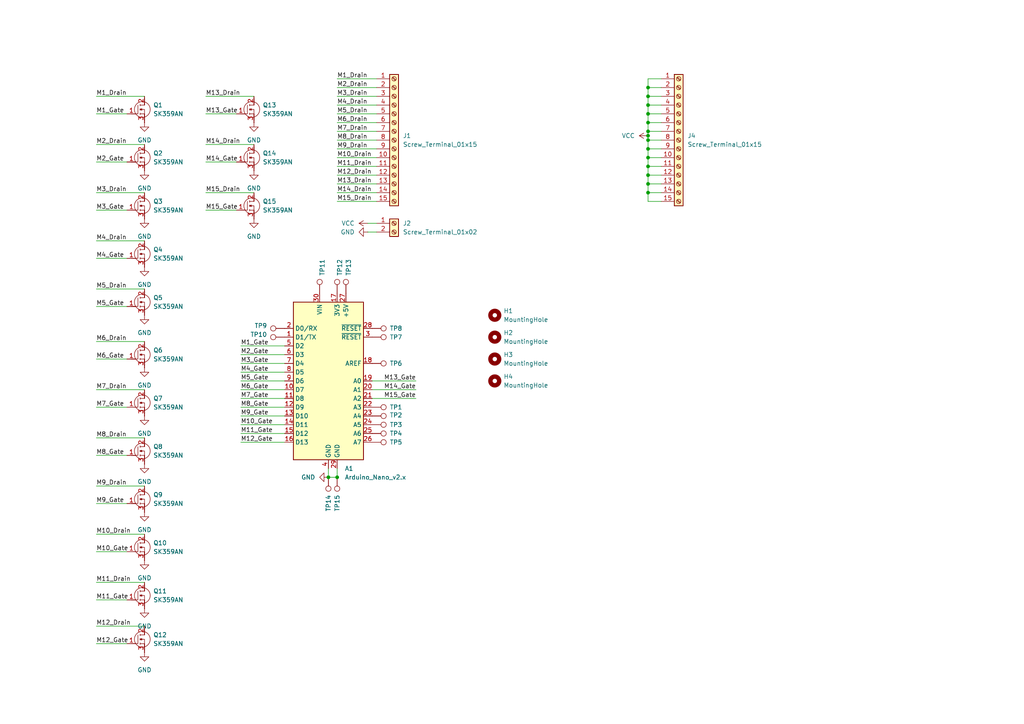
<source format=kicad_sch>
(kicad_sch (version 20231120) (generator "eeschema") (generator_version "8.0")
  (paper "A4")
  (lib_symbols
    (symbol "Connector:Screw_Terminal_01x02" (pin_names (offset 1.016) hide)
      (property "Reference" "J" (at 0 2.54 0))
      (property "Value" "Screw_Terminal_01x02" (at 0 -5.08 0))
      (symbol "Screw_Terminal_01x02_1_1"
        (rectangle (start -1.27 1.27) (end 1.27 -3.81) (stroke (width 0.254)) (fill (type background)))
        (circle (center 0 -2.54) (radius 0.635) (stroke (width 0.1524)))
        (polyline (pts (xy -0.5334 -2.2098) (xy 0.3302 -3.048)) (stroke (width 0.1524)))
        (polyline (pts (xy -0.5334 0.3302) (xy 0.3302 -0.508)) (stroke (width 0.1524)))
        (polyline (pts (xy -0.3556 -2.032) (xy 0.508 -2.8702)) (stroke (width 0.1524)))
        (polyline (pts (xy -0.3556 0.508) (xy 0.508 -0.3302)) (stroke (width 0.1524)))
        (circle (center 0 0) (radius 0.635) (stroke (width 0.1524)))
        (pin passive line (at -5.08 0 0) (length 3.81) (name "Pin_1") (number "1"))
        (pin passive line (at -5.08 -2.54 0) (length 3.81) (name "Pin_2") (number "2"))
      )
    )
    (symbol "Connector:Screw_Terminal_01x15" (pin_names (offset 1.016) hide)
      (property "Reference" "J" (at 0 20.32 0))
      (property "Value" "Screw_Terminal_01x15" (at 0 -20.32 0))
      (symbol "Screw_Terminal_01x15_1_1"
        (rectangle (start -1.27 19.05) (end 1.27 -19.05) (stroke (width 0.254)) (fill (type background)))
        (circle (center 0 -17.78) (radius 0.635) (stroke (width 0.1524)))
        (circle (center 0 -15.24) (radius 0.635) (stroke (width 0.1524)))
        (circle (center 0 -12.7) (radius 0.635) (stroke (width 0.1524)))
        (circle (center 0 -10.16) (radius 0.635) (stroke (width 0.1524)))
        (circle (center 0 -7.62) (radius 0.635) (stroke (width 0.1524)))
        (circle (center 0 -5.08) (radius 0.635) (stroke (width 0.1524)))
        (circle (center 0 -2.54) (radius 0.635) (stroke (width 0.1524)))
        (polyline (pts (xy -0.5334 -17.4498) (xy 0.3302 -18.288)) (stroke (width 0.1524)))
        (polyline (pts (xy -0.5334 -14.9098) (xy 0.3302 -15.748)) (stroke (width 0.1524)))
        (polyline (pts (xy -0.5334 -12.3698) (xy 0.3302 -13.208)) (stroke (width 0.1524)))
        (polyline (pts (xy -0.5334 -9.8298) (xy 0.3302 -10.668)) (stroke (width 0.1524)))
        (polyline (pts (xy -0.5334 -7.2898) (xy 0.3302 -8.128)) (stroke (width 0.1524)))
        (polyline (pts (xy -0.5334 -4.7498) (xy 0.3302 -5.588)) (stroke (width 0.1524)))
        (polyline (pts (xy -0.5334 -2.2098) (xy 0.3302 -3.048)) (stroke (width 0.1524)))
        (polyline (pts (xy -0.5334 0.3302) (xy 0.3302 -0.508)) (stroke (width 0.1524)))
        (polyline (pts (xy -0.5334 2.8702) (xy 0.3302 2.032)) (stroke (width 0.1524)))
        (polyline (pts (xy -0.5334 5.4102) (xy 0.3302 4.572)) (stroke (width 0.1524)))
        (polyline (pts (xy -0.5334 7.9502) (xy 0.3302 7.112)) (stroke (width 0.1524)))
        (polyline (pts (xy -0.5334 10.4902) (xy 0.3302 9.652)) (stroke (width 0.1524)))
        (polyline (pts (xy -0.5334 13.0302) (xy 0.3302 12.192)) (stroke (width 0.1524)))
        (polyline (pts (xy -0.5334 15.5702) (xy 0.3302 14.732)) (stroke (width 0.1524)))
        (polyline (pts (xy -0.5334 18.1102) (xy 0.3302 17.272)) (stroke (width 0.1524)))
        (polyline (pts (xy -0.3556 -17.272) (xy 0.508 -18.1102)) (stroke (width 0.1524)))
        (polyline (pts (xy -0.3556 -14.732) (xy 0.508 -15.5702)) (stroke (width 0.1524)))
        (polyline (pts (xy -0.3556 -12.192) (xy 0.508 -13.0302)) (stroke (width 0.1524)))
        (polyline (pts (xy -0.3556 -9.652) (xy 0.508 -10.4902)) (stroke (width 0.1524)))
        (polyline (pts (xy -0.3556 -7.112) (xy 0.508 -7.9502)) (stroke (width 0.1524)))
        (polyline (pts (xy -0.3556 -4.572) (xy 0.508 -5.4102)) (stroke (width 0.1524)))
        (polyline (pts (xy -0.3556 -2.032) (xy 0.508 -2.8702)) (stroke (width 0.1524)))
        (polyline (pts (xy -0.3556 0.508) (xy 0.508 -0.3302)) (stroke (width 0.1524)))
        (polyline (pts (xy -0.3556 3.048) (xy 0.508 2.2098)) (stroke (width 0.1524)))
        (polyline (pts (xy -0.3556 5.588) (xy 0.508 4.7498)) (stroke (width 0.1524)))
        (polyline (pts (xy -0.3556 8.128) (xy 0.508 7.2898)) (stroke (width 0.1524)))
        (polyline (pts (xy -0.3556 10.668) (xy 0.508 9.8298)) (stroke (width 0.1524)))
        (polyline (pts (xy -0.3556 13.208) (xy 0.508 12.3698)) (stroke (width 0.1524)))
        (polyline (pts (xy -0.3556 15.748) (xy 0.508 14.9098)) (stroke (width 0.1524)))
        (polyline (pts (xy -0.3556 18.288) (xy 0.508 17.4498)) (stroke (width 0.1524)))
        (circle (center 0 0) (radius 0.635) (stroke (width 0.1524)))
        (circle (center 0 2.54) (radius 0.635) (stroke (width 0.1524)))
        (circle (center 0 5.08) (radius 0.635) (stroke (width 0.1524)))
        (circle (center 0 7.62) (radius 0.635) (stroke (width 0.1524)))
        (circle (center 0 10.16) (radius 0.635) (stroke (width 0.1524)))
        (circle (center 0 12.7) (radius 0.635) (stroke (width 0.1524)))
        (circle (center 0 15.24) (radius 0.635) (stroke (width 0.1524)))
        (circle (center 0 17.78) (radius 0.635) (stroke (width 0.1524)))
        (pin passive line (at -5.08 17.78 0) (length 3.81) (name "Pin_1") (number "1"))
        (pin passive line (at -5.08 -5.08 0) (length 3.81) (name "Pin_10") (number "10"))
        (pin passive line (at -5.08 -7.62 0) (length 3.81) (name "Pin_11") (number "11"))
        (pin passive line (at -5.08 -10.16 0) (length 3.81) (name "Pin_12") (number "12"))
        (pin passive line (at -5.08 -12.7 0) (length 3.81) (name "Pin_13") (number "13"))
        (pin passive line (at -5.08 -15.24 0) (length 3.81) (name "Pin_14") (number "14"))
        (pin passive line (at -5.08 -17.78 0) (length 3.81) (name "Pin_15") (number "15"))
        (pin passive line (at -5.08 15.24 0) (length 3.81) (name "Pin_2") (number "2"))
        (pin passive line (at -5.08 12.7 0) (length 3.81) (name "Pin_3") (number "3"))
        (pin passive line (at -5.08 10.16 0) (length 3.81) (name "Pin_4") (number "4"))
        (pin passive line (at -5.08 7.62 0) (length 3.81) (name "Pin_5") (number "5"))
        (pin passive line (at -5.08 5.08 0) (length 3.81) (name "Pin_6") (number "6"))
        (pin passive line (at -5.08 2.54 0) (length 3.81) (name "Pin_7") (number "7"))
        (pin passive line (at -5.08 0 0) (length 3.81) (name "Pin_8") (number "8"))
        (pin passive line (at -5.08 -2.54 0) (length 3.81) (name "Pin_9") (number "9"))
      )
    )
    (symbol "Connector:TestPoint" (pin_numbers hide) (pin_names (offset 0.762) hide)
      (property "Reference" "TP" (at 0 6.858 0))
      (property "Value" "TestPoint" (at 0 5.08 0))
      (symbol "TestPoint_0_1"
        (circle (center 0 3.302) (radius 0.762))
      )
      (symbol "TestPoint_1_1"
        (pin passive line (at 0 0 90) (length 2.54) (name "1") (number "1"))
      )
    )
    (symbol "MCU_Module:Arduino_Nano_v2.x"
      (property "Reference" "A" (at -10.16 23.495 0))
      (property "Value" "Arduino_Nano_v2.x" (at 5.08 -24.13 0))
      (symbol "Arduino_Nano_v2.x_0_1"
        (rectangle (start -10.16 22.86) (end 10.16 -22.86) (stroke (width 0.254)) (fill (type background)))
      )
      (symbol "Arduino_Nano_v2.x_1_1"
        (pin bidirectional line (at -12.7 12.7 0) (length 2.54) (name "D1/TX") (number "1"))
        (pin bidirectional line (at -12.7 -2.54 0) (length 2.54) (name "D7") (number "10"))
        (pin bidirectional line (at -12.7 -5.08 0) (length 2.54) (name "D8") (number "11"))
        (pin bidirectional line (at -12.7 -7.62 0) (length 2.54) (name "D9") (number "12"))
        (pin bidirectional line (at -12.7 -10.16 0) (length 2.54) (name "D10") (number "13"))
        (pin bidirectional line (at -12.7 -12.7 0) (length 2.54) (name "D11") (number "14"))
        (pin bidirectional line (at -12.7 -15.24 0) (length 2.54) (name "D12") (number "15"))
        (pin bidirectional line (at -12.7 -17.78 0) (length 2.54) (name "D13") (number "16"))
        (pin power_out line (at 2.54 25.4 270) (length 2.54) (name "3V3") (number "17"))
        (pin input line (at 12.7 5.08 180) (length 2.54) (name "AREF") (number "18"))
        (pin bidirectional line (at 12.7 0 180) (length 2.54) (name "A0") (number "19"))
        (pin bidirectional line (at -12.7 15.24 0) (length 2.54) (name "D0/RX") (number "2"))
        (pin bidirectional line (at 12.7 -2.54 180) (length 2.54) (name "A1") (number "20"))
        (pin bidirectional line (at 12.7 -5.08 180) (length 2.54) (name "A2") (number "21"))
        (pin bidirectional line (at 12.7 -7.62 180) (length 2.54) (name "A3") (number "22"))
        (pin bidirectional line (at 12.7 -10.16 180) (length 2.54) (name "A4") (number "23"))
        (pin bidirectional line (at 12.7 -12.7 180) (length 2.54) (name "A5") (number "24"))
        (pin bidirectional line (at 12.7 -15.24 180) (length 2.54) (name "A6") (number "25"))
        (pin bidirectional line (at 12.7 -17.78 180) (length 2.54) (name "A7") (number "26"))
        (pin power_out line (at 5.08 25.4 270) (length 2.54) (name "+5V") (number "27"))
        (pin input line (at 12.7 15.24 180) (length 2.54) (name "~{RESET}") (number "28"))
        (pin power_in line (at 2.54 -25.4 90) (length 2.54) (name "GND") (number "29"))
        (pin input line (at 12.7 12.7 180) (length 2.54) (name "~{RESET}") (number "3"))
        (pin power_in line (at -2.54 25.4 270) (length 2.54) (name "VIN") (number "30"))
        (pin power_in line (at 0 -25.4 90) (length 2.54) (name "GND") (number "4"))
        (pin bidirectional line (at -12.7 10.16 0) (length 2.54) (name "D2") (number "5"))
        (pin bidirectional line (at -12.7 7.62 0) (length 2.54) (name "D3") (number "6"))
        (pin bidirectional line (at -12.7 5.08 0) (length 2.54) (name "D4") (number "7"))
        (pin bidirectional line (at -12.7 2.54 0) (length 2.54) (name "D5") (number "8"))
        (pin bidirectional line (at -12.7 0 0) (length 2.54) (name "D6") (number "9"))
      )
    )
    (symbol "Mechanical:MountingHole" (pin_names (offset 1.016)) (exclude_from_sim yes) (in_bom no)
      (property "Reference" "H" (at 0 5.08 0))
      (property "Value" "MountingHole" (at 0 3.175 0))
      (symbol "MountingHole_0_1"
        (circle (center 0 0) (radius 1.27) (stroke (width 1.27)))
      )
    )
    (symbol "Project:SK359AN" (pin_names hide)
      (property "Reference" "Q" (at -2.794 4.572 0))
      (property "Value" "SK359AN" (at 0 0 0))
      (symbol "SK359AN_0_1"
        (polyline (pts (xy 0 -1.016) (xy 0 -1.524)))
        (polyline (pts (xy 0 0.254) (xy 0 -0.254)))
        (polyline (pts (xy 0 1.524) (xy 0 1.016)))
        (polyline (pts (xy 1.27 -1.27) (xy 0 -1.27)))
        (polyline (pts (xy -0.635 1.27) (xy -0.635 -1.27) (xy -2.54 -1.27)))
        (polyline (pts (xy 0 1.27) (xy 1.27 1.27) (xy 1.27 3.175)))
        (polyline (pts (xy 1.27 -3.175) (xy 1.27 0) (xy 0 0)))
        (polyline (pts (xy 0 0) (xy 0.508 0.254) (xy 0.508 -0.254) (xy 0 0)) (fill (type outline)))
        (circle (center 0.635 0) (radius 2.2895))
      )
      (symbol "SK359AN_1_1"
        (pin input line (at -3.81 -1.27 0) (length 2.54) (name "Gate") (number "1"))
        (pin input line (at 1.27 3.81 270) (length 2.54) (name "Source") (number "2"))
        (pin input line (at 1.27 -3.81 90) (length 2.54) (name "Drain") (number "3"))
      )
    )
    (symbol "power:GND" (power) (pin_numbers hide) (pin_names (offset 0) hide)
      (property "Value" "GND" (at 0 -3.81 0))
      (symbol "GND_0_1"
        (polyline (pts (xy 0 0) (xy 0 -1.27) (xy 1.27 -1.27) (xy 0 -2.54) (xy -1.27 -1.27) (xy 0 -1.27)))
      )
      (symbol "GND_1_1"
        (pin power_in line (at 0 0 270) (length 0) (name "~") (number "1"))
      )
    )
    (symbol "power:VCC" (power) (pin_numbers hide) (pin_names (offset 0) hide)
      (property "Value" "VCC" (at 0 3.556 0))
      (symbol "VCC_0_1"
        (polyline (pts (xy -0.762 1.27) (xy 0 2.54)))
        (polyline (pts (xy 0 0) (xy 0 2.54)))
        (polyline (pts (xy 0 2.54) (xy 0.762 1.27)))
      )
      (symbol "VCC_1_1"
        (pin power_in line (at 0 0 90) (length 0) (name "~") (number "1"))
      )
    )
  )
  (junction (at 95.25 138.43))
  (junction (at 187.96 45.72))
  (junction (at 187.96 38.1))
  (junction (at 97.79 138.43))
  (junction (at 187.96 33.02))
  (junction (at 187.96 25.4))
  (junction (at 187.96 43.18))
  (junction (at 187.96 48.26))
  (junction (at 187.96 55.88))
  (junction (at 187.96 39.37))
  (junction (at 187.96 53.34))
  (junction (at 187.96 35.56))
  (junction (at 187.96 40.64))
  (junction (at 187.96 27.94))
  (junction (at 187.96 50.8))
  (junction (at 187.96 30.48))
  (wire (pts (xy 95.25 138.43) (xy 95.25 135.89)))
  (wire (pts (xy 106.68 64.77) (xy 109.22 64.77)))
  (wire (pts (xy 187.96 50.8) (xy 187.96 48.26)))
  (wire (pts (xy 187.96 30.48) (xy 187.96 33.02)))
  (wire (pts (xy 106.68 67.31) (xy 109.22 67.31)))
  (wire (pts (xy 187.96 33.02) (xy 191.77 33.02)))
  (wire (pts (xy 27.94 27.94) (xy 41.91 27.94)))
  (wire (pts (xy 97.79 55.88) (xy 109.22 55.88)))
  (wire (pts (xy 27.94 113.03) (xy 41.91 113.03)))
  (wire (pts (xy 187.96 25.4) (xy 191.77 25.4)))
  (wire (pts (xy 187.96 55.88) (xy 187.96 53.34)))
  (wire (pts (xy 97.79 58.42) (xy 109.22 58.42)))
  (wire (pts (xy 97.79 25.4) (xy 109.22 25.4)))
  (wire (pts (xy 187.96 55.88) (xy 191.77 55.88)))
  (wire (pts (xy 27.94 132.08) (xy 36.83 132.08)))
  (wire (pts (xy 27.94 104.14) (xy 36.83 104.14)))
  (wire (pts (xy 97.79 33.02) (xy 109.22 33.02)))
  (wire (pts (xy 120.65 110.49) (xy 107.95 110.49)))
  (wire (pts (xy 187.96 30.48) (xy 191.77 30.48)))
  (wire (pts (xy 59.69 33.02) (xy 68.58 33.02)))
  (wire (pts (xy 69.85 100.33) (xy 82.55 100.33)))
  (wire (pts (xy 69.85 123.19) (xy 82.55 123.19)))
  (wire (pts (xy 69.85 120.65) (xy 82.55 120.65)))
  (wire (pts (xy 27.94 186.69) (xy 36.83 186.69)))
  (wire (pts (xy 187.96 40.64) (xy 191.77 40.64)))
  (wire (pts (xy 69.85 107.95) (xy 82.55 107.95)))
  (wire (pts (xy 27.94 55.88) (xy 41.91 55.88)))
  (wire (pts (xy 187.96 50.8) (xy 191.77 50.8)))
  (wire (pts (xy 187.96 58.42) (xy 187.96 55.88)))
  (wire (pts (xy 120.65 113.03) (xy 107.95 113.03)))
  (wire (pts (xy 27.94 154.94) (xy 41.91 154.94)))
  (wire (pts (xy 27.94 168.91) (xy 41.91 168.91)))
  (wire (pts (xy 69.85 110.49) (xy 82.55 110.49)))
  (wire (pts (xy 27.94 173.99) (xy 36.83 173.99)))
  (wire (pts (xy 97.79 50.8) (xy 109.22 50.8)))
  (wire (pts (xy 27.94 127) (xy 41.91 127)))
  (wire (pts (xy 187.96 27.94) (xy 187.96 30.48)))
  (wire (pts (xy 187.96 48.26) (xy 187.96 45.72)))
  (wire (pts (xy 69.85 113.03) (xy 82.55 113.03)))
  (wire (pts (xy 69.85 105.41) (xy 82.55 105.41)))
  (wire (pts (xy 27.94 74.93) (xy 36.83 74.93)))
  (wire (pts (xy 97.79 27.94) (xy 109.22 27.94)))
  (wire (pts (xy 59.69 60.96) (xy 68.58 60.96)))
  (wire (pts (xy 97.79 30.48) (xy 109.22 30.48)))
  (wire (pts (xy 97.79 35.56) (xy 109.22 35.56)))
  (wire (pts (xy 191.77 22.86) (xy 187.96 22.86)))
  (wire (pts (xy 69.85 118.11) (xy 82.55 118.11)))
  (wire (pts (xy 27.94 60.96) (xy 36.83 60.96)))
  (wire (pts (xy 187.96 38.1) (xy 187.96 39.37)))
  (wire (pts (xy 187.96 45.72) (xy 191.77 45.72)))
  (wire (pts (xy 187.96 35.56) (xy 191.77 35.56)))
  (wire (pts (xy 187.96 27.94) (xy 191.77 27.94)))
  (wire (pts (xy 187.96 43.18) (xy 191.77 43.18)))
  (wire (pts (xy 187.96 43.18) (xy 187.96 40.64)))
  (wire (pts (xy 27.94 140.97) (xy 41.91 140.97)))
  (wire (pts (xy 187.96 45.72) (xy 187.96 43.18)))
  (wire (pts (xy 69.85 102.87) (xy 82.55 102.87)))
  (wire (pts (xy 97.79 43.18) (xy 109.22 43.18)))
  (wire (pts (xy 27.94 99.06) (xy 41.91 99.06)))
  (wire (pts (xy 69.85 128.27) (xy 82.55 128.27)))
  (wire (pts (xy 59.69 41.91) (xy 73.66 41.91)))
  (wire (pts (xy 97.79 22.86) (xy 109.22 22.86)))
  (wire (pts (xy 27.94 46.99) (xy 36.83 46.99)))
  (wire (pts (xy 187.96 35.56) (xy 187.96 38.1)))
  (wire (pts (xy 27.94 118.11) (xy 36.83 118.11)))
  (wire (pts (xy 187.96 48.26) (xy 191.77 48.26)))
  (wire (pts (xy 187.96 40.64) (xy 187.96 39.37)))
  (wire (pts (xy 97.79 38.1) (xy 109.22 38.1)))
  (wire (pts (xy 191.77 58.42) (xy 187.96 58.42)))
  (wire (pts (xy 59.69 55.88) (xy 73.66 55.88)))
  (wire (pts (xy 97.79 138.43) (xy 97.79 135.89)))
  (wire (pts (xy 95.25 138.43) (xy 97.79 138.43)))
  (wire (pts (xy 97.79 40.64) (xy 109.22 40.64)))
  (wire (pts (xy 59.69 27.94) (xy 73.66 27.94)))
  (wire (pts (xy 27.94 41.91) (xy 41.91 41.91)))
  (wire (pts (xy 187.96 53.34) (xy 191.77 53.34)))
  (wire (pts (xy 27.94 160.02) (xy 36.83 160.02)))
  (wire (pts (xy 27.94 69.85) (xy 41.91 69.85)))
  (wire (pts (xy 187.96 33.02) (xy 187.96 35.56)))
  (wire (pts (xy 59.69 46.99) (xy 68.58 46.99)))
  (wire (pts (xy 27.94 181.61) (xy 41.91 181.61)))
  (wire (pts (xy 187.96 53.34) (xy 187.96 50.8)))
  (wire (pts (xy 69.85 125.73) (xy 82.55 125.73)))
  (wire (pts (xy 97.79 45.72) (xy 109.22 45.72)))
  (wire (pts (xy 187.96 38.1) (xy 191.77 38.1)))
  (wire (pts (xy 97.79 53.34) (xy 109.22 53.34)))
  (wire (pts (xy 97.79 48.26) (xy 109.22 48.26)))
  (wire (pts (xy 187.96 22.86) (xy 187.96 25.4)))
  (wire (pts (xy 120.65 115.57) (xy 107.95 115.57)))
  (wire (pts (xy 69.85 115.57) (xy 82.55 115.57)))
  (wire (pts (xy 27.94 83.82) (xy 41.91 83.82)))
  (wire (pts (xy 27.94 88.9) (xy 36.83 88.9)))
  (wire (pts (xy 27.94 146.05) (xy 36.83 146.05)))
  (wire (pts (xy 27.94 33.02) (xy 36.83 33.02)))
  (wire (pts (xy 187.96 25.4) (xy 187.96 27.94)))
  (label "M12_Gate" (at 27.94 186.69 0))
  (label "M5_Gate" (at 69.85 110.49 0))
  (label "M2_Gate" (at 69.85 102.87 0))
  (label "M15_Drain" (at 97.79 58.42 0))
  (label "M2_Drain" (at 27.94 41.91 0))
  (label "M1_Gate" (at 69.85 100.33 0))
  (label "M11_Drain" (at 27.94 168.91 0))
  (label "M5_Gate" (at 27.94 88.9 0))
  (label "M3_Gate" (at 27.94 60.96 0))
  (label "M1_Gate" (at 27.94 33.02 0))
  (label "M6_Drain" (at 27.94 99.06 0))
  (label "M1_Drain" (at 27.94 27.94 0))
  (label "M9_Gate" (at 27.94 146.05 0))
  (label "M2_Drain" (at 97.79 25.4 0))
  (label "M9_Drain" (at 27.94 140.97 0))
  (label "M10_Drain" (at 97.79 45.72 0))
  (label "M8_Gate" (at 69.85 118.11 0))
  (label "M10_Gate" (at 69.85 123.19 0))
  (label "M6_Gate" (at 69.85 113.03 0))
  (label "M13_Drain" (at 97.79 53.34 0))
  (label "M12_Drain" (at 27.94 181.61 0))
  (label "M9_Drain" (at 97.79 43.18 0))
  (label "M7_Gate" (at 69.85 115.57 0))
  (label "M7_Gate" (at 27.94 118.11 0))
  (label "M7_Drain" (at 27.94 113.03 0))
  (label "M13_Gate" (at 59.69 33.02 0))
  (label "M12_Drain" (at 97.79 50.8 0))
  (label "M11_Gate" (at 27.94 173.99 0))
  (label "M3_Drain" (at 97.79 27.94 0))
  (label "M13_Drain" (at 59.69 27.94 0))
  (label "M14_Gate" (at 59.69 46.99 0))
  (label "M14_Drain" (at 97.79 55.88 0))
  (label "M7_Drain" (at 97.79 38.1 0))
  (label "M1_Drain" (at 97.79 22.86 0))
  (label "M6_Gate" (at 27.94 104.14 0))
  (label "M6_Drain" (at 97.79 35.56 0))
  (label "M14_Gate" (at 120.65 113.03 180))
  (label "M3_Drain" (at 27.94 55.88 0))
  (label "M4_Drain" (at 97.79 30.48 0))
  (label "M4_Drain" (at 27.94 69.85 0))
  (label "M8_Drain" (at 27.94 127 0))
  (label "M8_Drain" (at 97.79 40.64 0))
  (label "M3_Gate" (at 69.85 105.41 0))
  (label "M9_Gate" (at 69.85 120.65 0))
  (label "M4_Gate" (at 27.94 74.93 0))
  (label "M10_Gate" (at 27.94 160.02 0))
  (label "M15_Gate" (at 120.65 115.57 180))
  (label "M11_Drain" (at 97.79 48.26 0))
  (label "M8_Gate" (at 27.94 132.08 0))
  (label "M5_Drain" (at 27.94 83.82 0))
  (label "M12_Gate" (at 69.85 128.27 0))
  (label "M15_Drain" (at 59.69 55.88 0))
  (label "M14_Drain" (at 59.69 41.91 0))
  (label "M11_Gate" (at 69.85 125.73 0))
  (label "M2_Gate" (at 27.94 46.99 0))
  (label "M5_Drain" (at 97.79 33.02 0))
  (label "M13_Gate" (at 120.65 110.49 180))
  (label "M10_Drain" (at 27.94 154.94 0))
  (label "M4_Gate" (at 69.85 107.95 0))
  (label "M15_Gate" (at 59.69 60.96 0))
  (symbol (lib_id "power:GND") (at 41.91 63.5 0) (unit 1)
    (property "Reference" "#PWR06" (effects (hide yes)))
    (property "Value" "GND" (at 41.91 68.58 0))
    (property "Description" "Power symbol creates a global label with name \"GND\" , ground" (effects (hide yes)))
  )
  (symbol (lib_id "power:VCC") (at 106.68 64.77 90) (unit 1)
    (property "Reference" "#PWR01" (effects (hide yes)))
    (property "Value" "VCC" (at 102.87 64.7699 90) (effects (justify left)))
    (property "Description" "Power symbol creates a global label with name \"VCC\"" (effects (hide yes)))
  )
  (symbol (lib_id "Connector:TestPoint") (at 107.95 105.41 270) (unit 1)
    (property "Reference" "TP6" (at 113.03 105.41 90) (effects (justify left)))
    (property "Value" "TestPoint" (effects (hide yes)))
    (property "Footprint" "TestPoint:TestPoint_Pad_D2.0mm" (effects (hide yes)))
    (property "Description" "test point" (effects (hide yes)))
  )
  (symbol (lib_id "Project:SK359AN") (at 72.39 59.69 0) (unit 1)
    (property "Reference" "Q15" (at 76.2 58.4199 0) (effects (justify left)))
    (property "Value" "SK359AN" (at 76.2 60.9599 0) (effects (justify left)))
    (property "Footprint" "Package_TO_SOT_SMD:SOT-23" (effects (hide yes)))
    (property "Datasheet" "https://www.lcsc.com/product-detail/MOSFETs_Shikues-SK359AN_C5160044.html" (effects (hide yes)))
    (property "LCSC" "C5160044" (effects (hide yes)))
  )
  (symbol (lib_id "Connector:TestPoint") (at 107.95 128.27 270) (unit 1)
    (property "Reference" "TP5" (at 113.03 128.27 90) (effects (justify left)))
    (property "Value" "TestPoint" (effects (hide yes)))
    (property "Footprint" "TestPoint:TestPoint_Pad_D2.0mm" (effects (hide yes)))
    (property "Description" "test point" (effects (hide yes)))
  )
  (symbol (lib_id "power:GND") (at 41.91 189.23 0) (unit 1)
    (property "Reference" "#PWR015" (effects (hide yes)))
    (property "Value" "GND" (at 41.91 194.31 0))
    (property "Description" "Power symbol creates a global label with name \"GND\" , ground" (effects (hide yes)))
  )
  (symbol (lib_id "Connector:TestPoint") (at 82.55 97.79 90) (unit 1)
    (property "Reference" "TP10" (at 77.47 97.028 90) (effects (justify left)))
    (property "Value" "TestPoint" (effects (hide yes)))
    (property "Footprint" "TestPoint:TestPoint_Pad_D2.0mm" (effects (hide yes)))
    (property "Description" "test point" (effects (hide yes)))
  )
  (symbol (lib_id "Connector:Screw_Terminal_01x02") (at 114.3 64.77 0) (unit 1)
    (property "Reference" "J2" (at 116.84 64.7699 0) (effects (justify left)))
    (property "Value" "Screw_Terminal_01x02" (at 116.84 67.3099 0) (effects (justify left)))
    (property "Footprint" "Project:TerminalBlock_01x2" (effects (hide yes)))
    (property "Description" "Generic screw terminal, single row, 01x02, script generated (kicad-library-utils/schlib/autogen/connector/)" (effects (hide yes)))
    (property "LCSC" "C557685" (effects (hide yes)))
  )
  (symbol (lib_id "Project:SK359AN") (at 72.39 31.75 0) (unit 1)
    (property "Reference" "Q13" (at 76.2 30.4799 0) (effects (justify left)))
    (property "Value" "SK359AN" (at 76.2 33.0199 0) (effects (justify left)))
    (property "Footprint" "Package_TO_SOT_SMD:SOT-23" (effects (hide yes)))
    (property "Datasheet" "https://www.lcsc.com/product-detail/MOSFETs_Shikues-SK359AN_C5160044.html" (effects (hide yes)))
    (property "LCSC" "C5160044" (effects (hide yes)))
  )
  (symbol (lib_id "Mechanical:MountingHole") (at 143.51 97.79 0) (unit 1) (exclude_from_sim yes) (in_bom no)
    (property "Reference" "H2" (at 146.05 96.5199 0) (effects (justify left)))
    (property "Value" "MountingHole" (at 146.05 99.0599 0) (effects (justify left)))
    (property "Footprint" "MountingHole:MountingHole_3.2mm_M3" (effects (hide yes)))
    (property "Description" "Mounting Hole without connection" (effects (hide yes)))
  )
  (symbol (lib_id "power:VCC") (at 187.96 39.37 90) (unit 1)
    (property "Reference" "#PWR04" (effects (hide yes)))
    (property "Value" "VCC" (at 184.15 39.3699 90) (effects (justify left)))
    (property "Description" "Power symbol creates a global label with name \"VCC\"" (effects (hide yes)))
  )
  (symbol (lib_id "power:GND") (at 73.66 49.53 0) (unit 1)
    (property "Reference" "#PWR017" (effects (hide yes)))
    (property "Value" "GND" (at 73.66 54.61 0))
    (property "Description" "Power symbol creates a global label with name \"GND\" , ground" (effects (hide yes)))
  )
  (symbol (lib_id "Connector:Screw_Terminal_01x15") (at 114.3 40.64 0) (unit 1)
    (property "Reference" "J1" (at 116.84 39.3699 0) (effects (justify left)))
    (property "Value" "Screw_Terminal_01x15" (at 116.84 41.9099 0) (effects (justify left)))
    (property "Footprint" "Project:TerminalBlock_01x15" (effects (hide yes)))
    (property "Description" "Generic screw terminal, single row, 01x15, script generated (kicad-library-utils/schlib/autogen/connector/)" (effects (hide yes)))
  )
  (symbol (lib_id "power:GND") (at 41.91 120.65 0) (unit 1)
    (property "Reference" "#PWR010" (effects (hide yes)))
    (property "Value" "GND" (at 41.91 125.73 0))
    (property "Description" "Power symbol creates a global label with name \"GND\" , ground" (effects (hide yes)))
  )
  (symbol (lib_id "Project:SK359AN") (at 40.64 130.81 0) (unit 1)
    (property "Reference" "Q8" (at 44.45 129.5399 0) (effects (justify left)))
    (property "Value" "SK359AN" (at 44.45 132.0799 0) (effects (justify left)))
    (property "Footprint" "Package_TO_SOT_SMD:SOT-23" (effects (hide yes)))
    (property "Datasheet" "https://www.lcsc.com/product-detail/MOSFETs_Shikues-SK359AN_C5160044.html" (effects (hide yes)))
    (property "LCSC" "C5160044" (effects (hide yes)))
  )
  (symbol (lib_id "Connector:TestPoint") (at 107.95 125.73 270) (unit 1)
    (property "Reference" "TP4" (at 113.03 125.73 90) (effects (justify left)))
    (property "Value" "TestPoint" (effects (hide yes)))
    (property "Footprint" "TestPoint:TestPoint_Pad_D2.0mm" (effects (hide yes)))
    (property "Description" "test point" (effects (hide yes)))
  )
  (symbol (lib_id "Project:SK359AN") (at 40.64 59.69 0) (unit 1)
    (property "Reference" "Q3" (at 44.45 58.4199 0) (effects (justify left)))
    (property "Value" "SK359AN" (at 44.45 60.9599 0) (effects (justify left)))
    (property "Footprint" "Package_TO_SOT_SMD:SOT-23" (effects (hide yes)))
    (property "Datasheet" "https://www.lcsc.com/product-detail/MOSFETs_Shikues-SK359AN_C5160044.html" (effects (hide yes)))
    (property "LCSC" "C5160044" (effects (hide yes)))
  )
  (symbol (lib_id "Project:SK359AN") (at 40.64 31.75 0) (unit 1)
    (property "Reference" "Q1" (at 44.45 30.4799 0) (effects (justify left)))
    (property "Value" "SK359AN" (at 44.45 33.0199 0) (effects (justify left)))
    (property "Footprint" "Package_TO_SOT_SMD:SOT-23" (effects (hide yes)))
    (property "Datasheet" "https://www.lcsc.com/product-detail/MOSFETs_Shikues-SK359AN_C5160044.html" (effects (hide yes)))
    (property "LCSC" "C5160044" (effects (hide yes)))
  )
  (symbol (lib_id "Connector:TestPoint") (at 107.95 97.79 270) (unit 1)
    (property "Reference" "TP7" (at 113.03 97.79 90) (effects (justify left)))
    (property "Value" "TestPoint" (effects (hide yes)))
    (property "Footprint" "TestPoint:TestPoint_Pad_D2.0mm" (effects (hide yes)))
    (property "Description" "test point" (effects (hide yes)))
  )
  (symbol (lib_id "Mechanical:MountingHole") (at 143.51 110.49 0) (unit 1) (exclude_from_sim yes) (in_bom no)
    (property "Reference" "H4" (at 146.05 109.2199 0) (effects (justify left)))
    (property "Value" "MountingHole" (at 146.05 111.7599 0) (effects (justify left)))
    (property "Footprint" "MountingHole:MountingHole_3.2mm_M3" (effects (hide yes)))
    (property "Description" "Mounting Hole without connection" (effects (hide yes)))
  )
  (symbol (lib_id "power:GND") (at 41.91 35.56 0) (unit 1)
    (property "Reference" "#PWR03" (effects (hide yes)))
    (property "Value" "GND" (at 41.91 40.64 0))
    (property "Description" "Power symbol creates a global label with name \"GND\" , ground" (effects (hide yes)))
  )
  (symbol (lib_id "Project:SK359AN") (at 40.64 172.72 0) (unit 1)
    (property "Reference" "Q11" (at 44.45 171.4499 0) (effects (justify left)))
    (property "Value" "SK359AN" (at 44.45 173.9899 0) (effects (justify left)))
    (property "Footprint" "Package_TO_SOT_SMD:SOT-23" (effects (hide yes)))
    (property "Datasheet" "https://www.lcsc.com/product-detail/MOSFETs_Shikues-SK359AN_C5160044.html" (effects (hide yes)))
    (property "LCSC" "C5160044" (effects (hide yes)))
  )
  (symbol (lib_id "Connector:TestPoint") (at 97.79 138.43 180) (unit 1)
    (property "Reference" "TP15" (at 97.79 143.51 90) (effects (justify left)))
    (property "Value" "TestPoint" (effects (hide yes)))
    (property "Footprint" "TestPoint:TestPoint_Pad_D2.0mm" (effects (hide yes)))
    (property "Description" "test point" (effects (hide yes)))
  )
  (symbol (lib_id "Mechanical:MountingHole") (at 143.51 104.14 0) (unit 1) (exclude_from_sim yes) (in_bom no)
    (property "Reference" "H3" (at 146.05 102.8699 0) (effects (justify left)))
    (property "Value" "MountingHole" (at 146.05 105.4099 0) (effects (justify left)))
    (property "Footprint" "MountingHole:MountingHole_3.2mm_M3" (effects (hide yes)))
    (property "Description" "Mounting Hole without connection" (effects (hide yes)))
  )
  (symbol (lib_id "Project:SK359AN") (at 40.64 144.78 0) (unit 1)
    (property "Reference" "Q9" (at 44.45 143.5099 0) (effects (justify left)))
    (property "Value" "SK359AN" (at 44.45 146.0499 0) (effects (justify left)))
    (property "Footprint" "Package_TO_SOT_SMD:SOT-23" (effects (hide yes)))
    (property "Datasheet" "https://www.lcsc.com/product-detail/MOSFETs_Shikues-SK359AN_C5160044.html" (effects (hide yes)))
    (property "LCSC" "C5160044" (effects (hide yes)))
  )
  (symbol (lib_id "power:GND") (at 41.91 176.53 0) (unit 1)
    (property "Reference" "#PWR014" (effects (hide yes)))
    (property "Value" "GND" (at 41.91 181.61 0))
    (property "Description" "Power symbol creates a global label with name \"GND\" , ground" (effects (hide yes)))
  )
  (symbol (lib_id "power:GND") (at 73.66 63.5 0) (unit 1)
    (property "Reference" "#PWR016" (effects (hide yes)))
    (property "Value" "GND" (at 73.66 68.58 0))
    (property "Description" "Power symbol creates a global label with name \"GND\" , ground" (effects (hide yes)))
  )
  (symbol (lib_id "Connector:TestPoint") (at 100.33 85.09 0) (unit 1)
    (property "Reference" "TP13" (at 101.092 80.01 90) (effects (justify left)))
    (property "Value" "TestPoint" (effects (hide yes)))
    (property "Footprint" "TestPoint:TestPoint_Pad_D2.0mm" (effects (hide yes)))
    (property "Description" "test point" (effects (hide yes)))
  )
  (symbol (lib_id "Project:SK359AN") (at 40.64 45.72 0) (unit 1)
    (property "Reference" "Q2" (at 44.45 44.4499 0) (effects (justify left)))
    (property "Value" "SK359AN" (at 44.45 46.9899 0) (effects (justify left)))
    (property "Footprint" "Package_TO_SOT_SMD:SOT-23" (effects (hide yes)))
    (property "Datasheet" "https://www.lcsc.com/product-detail/MOSFETs_Shikues-SK359AN_C5160044.html" (effects (hide yes)))
    (property "LCSC" "C5160044" (effects (hide yes)))
  )
  (symbol (lib_id "power:GND") (at 41.91 91.44 0) (unit 1)
    (property "Reference" "#PWR08" (effects (hide yes)))
    (property "Value" "GND" (at 41.91 96.52 0))
    (property "Description" "Power symbol creates a global label with name \"GND\" , ground" (effects (hide yes)))
  )
  (symbol (lib_id "power:GND") (at 95.25 138.43 270) (unit 1)
    (property "Reference" "#PWR019" (effects (hide yes)))
    (property "Value" "GND" (at 91.44 138.4299 90) (effects (justify right)))
    (property "Description" "Power symbol creates a global label with name \"GND\" , ground" (effects (hide yes)))
  )
  (symbol (lib_id "Connector:TestPoint") (at 82.55 95.25 90) (unit 1)
    (property "Reference" "TP9" (at 77.47 94.488 90) (effects (justify left)))
    (property "Value" "TestPoint" (effects (hide yes)))
    (property "Footprint" "TestPoint:TestPoint_Pad_D2.0mm" (effects (hide yes)))
    (property "Description" "test point" (effects (hide yes)))
  )
  (symbol (lib_id "Project:SK359AN") (at 40.64 102.87 0) (unit 1)
    (property "Reference" "Q6" (at 44.45 101.5999 0) (effects (justify left)))
    (property "Value" "SK359AN" (at 44.45 104.1399 0) (effects (justify left)))
    (property "Footprint" "Package_TO_SOT_SMD:SOT-23" (effects (hide yes)))
    (property "Datasheet" "https://www.lcsc.com/product-detail/MOSFETs_Shikues-SK359AN_C5160044.html" (effects (hide yes)))
    (property "LCSC" "C5160044" (effects (hide yes)))
  )
  (symbol (lib_id "power:GND") (at 41.91 148.59 0) (unit 1)
    (property "Reference" "#PWR012" (effects (hide yes)))
    (property "Value" "GND" (at 41.91 153.67 0))
    (property "Description" "Power symbol creates a global label with name \"GND\" , ground" (effects (hide yes)))
  )
  (symbol (lib_id "Project:SK359AN") (at 40.64 87.63 0) (unit 1)
    (property "Reference" "Q5" (at 44.45 86.3599 0) (effects (justify left)))
    (property "Value" "SK359AN" (at 44.45 88.8999 0) (effects (justify left)))
    (property "Footprint" "Package_TO_SOT_SMD:SOT-23" (effects (hide yes)))
    (property "Datasheet" "https://www.lcsc.com/product-detail/MOSFETs_Shikues-SK359AN_C5160044.html" (effects (hide yes)))
    (property "LCSC" "C5160044" (effects (hide yes)))
  )
  (symbol (lib_id "Project:SK359AN") (at 40.64 158.75 0) (unit 1)
    (property "Reference" "Q10" (at 44.45 157.4799 0) (effects (justify left)))
    (property "Value" "SK359AN" (at 44.45 160.0199 0) (effects (justify left)))
    (property "Footprint" "Package_TO_SOT_SMD:SOT-23" (effects (hide yes)))
    (property "Datasheet" "https://www.lcsc.com/product-detail/MOSFETs_Shikues-SK359AN_C5160044.html" (effects (hide yes)))
    (property "LCSC" "C5160044" (effects (hide yes)))
  )
  (symbol (lib_id "power:GND") (at 41.91 77.47 0) (unit 1)
    (property "Reference" "#PWR07" (effects (hide yes)))
    (property "Value" "GND" (at 41.91 82.55 0))
    (property "Description" "Power symbol creates a global label with name \"GND\" , ground" (effects (hide yes)))
  )
  (symbol (lib_id "Connector:TestPoint") (at 107.95 120.65 270) (unit 1)
    (property "Reference" "TP2" (at 113.03 120.396 90) (effects (justify left)))
    (property "Value" "TestPoint" (effects (hide yes)))
    (property "Footprint" "TestPoint:TestPoint_Pad_D2.0mm" (effects (hide yes)))
    (property "Description" "test point" (effects (hide yes)))
  )
  (symbol (lib_id "Connector:Screw_Terminal_01x15") (at 196.85 40.64 0) (unit 1)
    (property "Reference" "J4" (at 199.39 39.3699 0) (effects (justify left)))
    (property "Value" "Screw_Terminal_01x15" (at 199.39 41.9099 0) (effects (justify left)))
    (property "Footprint" "Project:TerminalBlock_01x15" (effects (hide yes)))
    (property "Description" "Generic screw terminal, single row, 01x15, script generated (kicad-library-utils/schlib/autogen/connector/)" (effects (hide yes)))
  )
  (symbol (lib_id "power:GND") (at 73.66 35.56 0) (unit 1)
    (property "Reference" "#PWR018" (effects (hide yes)))
    (property "Value" "GND" (at 73.66 40.64 0))
    (property "Description" "Power symbol creates a global label with name \"GND\" , ground" (effects (hide yes)))
  )
  (symbol (lib_id "MCU_Module:Arduino_Nano_v2.x") (at 95.25 110.49 0) (unit 1)
    (property "Reference" "A1" (at 99.9841 135.89 0) (effects (justify left)))
    (property "Value" "Arduino_Nano_v2.x" (at 99.9841 138.43 0) (effects (justify left)))
    (property "Footprint" "Project:Arduino_Nano" (effects (hide yes)))
    (property "Datasheet" "https://www.arduino.cc/en/uploads/Main/ArduinoNanoManual23.pdf" (effects (hide yes)))
    (property "Description" "Arduino Nano v2.x" (effects (hide yes)))
  )
  (symbol (lib_id "power:GND") (at 106.68 67.31 270) (unit 1)
    (property "Reference" "#PWR02" (effects (hide yes)))
    (property "Value" "GND" (at 102.87 67.3099 90) (effects (justify right)))
    (property "Description" "Power symbol creates a global label with name \"GND\" , ground" (effects (hide yes)))
  )
  (symbol (lib_id "Connector:TestPoint") (at 107.95 123.19 270) (unit 1)
    (property "Reference" "TP3" (at 113.03 123.19 90) (effects (justify left)))
    (property "Value" "TestPoint" (effects (hide yes)))
    (property "Footprint" "TestPoint:TestPoint_Pad_D2.0mm" (effects (hide yes)))
    (property "Description" "test point" (effects (hide yes)))
  )
  (symbol (lib_id "Connector:TestPoint") (at 92.71 85.09 0) (unit 1)
    (property "Reference" "TP11" (at 93.472 80.01 90) (effects (justify left)))
    (property "Value" "TestPoint" (effects (hide yes)))
    (property "Footprint" "TestPoint:TestPoint_Pad_D2.0mm" (effects (hide yes)))
    (property "Description" "test point" (effects (hide yes)))
  )
  (symbol (lib_id "Connector:TestPoint") (at 95.25 138.43 180) (unit 1)
    (property "Reference" "TP14" (at 95.25 143.51 90) (effects (justify left)))
    (property "Value" "TestPoint" (effects (hide yes)))
    (property "Footprint" "TestPoint:TestPoint_Pad_D2.0mm" (effects (hide yes)))
    (property "Description" "test point" (effects (hide yes)))
  )
  (symbol (lib_id "power:GND") (at 41.91 106.68 0) (unit 1)
    (property "Reference" "#PWR09" (effects (hide yes)))
    (property "Value" "GND" (at 41.91 111.76 0))
    (property "Description" "Power symbol creates a global label with name \"GND\" , ground" (effects (hide yes)))
  )
  (symbol (lib_id "Mechanical:MountingHole") (at 143.51 91.44 0) (unit 1) (exclude_from_sim yes) (in_bom no)
    (property "Reference" "H1" (at 146.05 90.1699 0) (effects (justify left)))
    (property "Value" "MountingHole" (at 146.05 92.7099 0) (effects (justify left)))
    (property "Footprint" "MountingHole:MountingHole_3.2mm_M3" (effects (hide yes)))
    (property "Description" "Mounting Hole without connection" (effects (hide yes)))
  )
  (symbol (lib_id "power:GND") (at 41.91 162.56 0) (unit 1)
    (property "Reference" "#PWR013" (effects (hide yes)))
    (property "Value" "GND" (at 41.91 167.64 0))
    (property "Description" "Power symbol creates a global label with name \"GND\" , ground" (effects (hide yes)))
  )
  (symbol (lib_id "Project:SK359AN") (at 40.64 116.84 0) (unit 1)
    (property "Reference" "Q7" (at 44.45 115.5699 0) (effects (justify left)))
    (property "Value" "SK359AN" (at 44.45 118.1099 0) (effects (justify left)))
    (property "Footprint" "Package_TO_SOT_SMD:SOT-23" (effects (hide yes)))
    (property "Datasheet" "https://www.lcsc.com/product-detail/MOSFETs_Shikues-SK359AN_C5160044.html" (effects (hide yes)))
    (property "LCSC" "C5160044" (effects (hide yes)))
  )
  (symbol (lib_id "power:GND") (at 41.91 49.53 0) (unit 1)
    (property "Reference" "#PWR05" (effects (hide yes)))
    (property "Value" "GND" (at 41.91 54.61 0))
    (property "Description" "Power symbol creates a global label with name \"GND\" , ground" (effects (hide yes)))
  )
  (symbol (lib_id "Project:SK359AN") (at 40.64 185.42 0) (unit 1)
    (property "Reference" "Q12" (at 44.45 184.1499 0) (effects (justify left)))
    (property "Value" "SK359AN" (at 44.45 186.6899 0) (effects (justify left)))
    (property "Footprint" "Package_TO_SOT_SMD:SOT-23" (effects (hide yes)))
    (property "Datasheet" "https://www.lcsc.com/product-detail/MOSFETs_Shikues-SK359AN_C5160044.html" (effects (hide yes)))
    (property "LCSC" "C5160044" (effects (hide yes)))
  )
  (symbol (lib_id "Project:SK359AN") (at 72.39 45.72 0) (unit 1)
    (property "Reference" "Q14" (at 76.2 44.4499 0) (effects (justify left)))
    (property "Value" "SK359AN" (at 76.2 46.9899 0) (effects (justify left)))
    (property "Footprint" "Package_TO_SOT_SMD:SOT-23" (effects (hide yes)))
    (property "Datasheet" "https://www.lcsc.com/product-detail/MOSFETs_Shikues-SK359AN_C5160044.html" (effects (hide yes)))
    (property "LCSC" "C5160044" (effects (hide yes)))
  )
  (symbol (lib_id "Connector:TestPoint") (at 107.95 95.25 270) (unit 1)
    (property "Reference" "TP8" (at 113.03 95.25 90) (effects (justify left)))
    (property "Value" "TestPoint" (effects (hide yes)))
    (property "Footprint" "TestPoint:TestPoint_Pad_D2.0mm" (effects (hide yes)))
    (property "Description" "test point" (effects (hide yes)))
  )
  (symbol (lib_id "Connector:TestPoint") (at 107.95 118.11 270) (unit 1)
    (property "Reference" "TP1" (at 113.03 118.11 90) (effects (justify left)))
    (property "Value" "TestPoint" (effects (hide yes)))
    (property "Footprint" "TestPoint:TestPoint_Pad_D2.0mm" (effects (hide yes)))
    (property "Description" "test point" (effects (hide yes)))
  )
  (symbol (lib_id "power:GND") (at 41.91 134.62 0) (unit 1)
    (property "Reference" "#PWR011" (effects (hide yes)))
    (property "Value" "GND" (at 41.91 139.7 0))
    (property "Description" "Power symbol creates a global label with name \"GND\" , ground" (effects (hide yes)))
  )
  (symbol (lib_id "Connector:TestPoint") (at 97.79 85.09 0) (unit 1)
    (property "Reference" "TP12" (at 98.552 80.01 90) (effects (justify left)))
    (property "Value" "TestPoint" (effects (hide yes)))
    (property "Footprint" "TestPoint:TestPoint_Pad_D2.0mm" (effects (hide yes)))
    (property "Description" "test point" (effects (hide yes)))
  )
  (symbol (lib_id "Project:SK359AN") (at 40.64 73.66 0) (unit 1)
    (property "Reference" "Q4" (at 44.45 72.3899 0) (effects (justify left)))
    (property "Value" "SK359AN" (at 44.45 74.9299 0) (effects (justify left)))
    (property "Footprint" "Package_TO_SOT_SMD:SOT-23" (effects (hide yes)))
    (property "Datasheet" "https://www.lcsc.com/product-detail/MOSFETs_Shikues-SK359AN_C5160044.html" (effects (hide yes)))
    (property "LCSC" "C5160044" (effects (hide yes)))
  )
)
</source>
